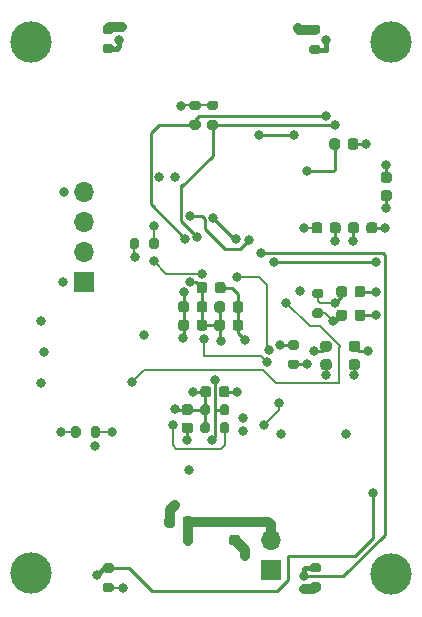
<source format=gbr>
%TF.GenerationSoftware,KiCad,Pcbnew,(5.1.9)-1*%
%TF.CreationDate,2021-04-28T15:16:42-04:00*%
%TF.ProjectId,final_design_v3,66696e61-6c5f-4646-9573-69676e5f7633,rev?*%
%TF.SameCoordinates,Original*%
%TF.FileFunction,Copper,L4,Bot*%
%TF.FilePolarity,Positive*%
%FSLAX46Y46*%
G04 Gerber Fmt 4.6, Leading zero omitted, Abs format (unit mm)*
G04 Created by KiCad (PCBNEW (5.1.9)-1) date 2021-04-28 15:16:42*
%MOMM*%
%LPD*%
G01*
G04 APERTURE LIST*
%TA.AperFunction,ComponentPad*%
%ADD10C,3.500000*%
%TD*%
%TA.AperFunction,ComponentPad*%
%ADD11R,1.700000X1.700000*%
%TD*%
%TA.AperFunction,ComponentPad*%
%ADD12O,1.700000X1.700000*%
%TD*%
%TA.AperFunction,ViaPad*%
%ADD13C,0.800000*%
%TD*%
%TA.AperFunction,Conductor*%
%ADD14C,0.812800*%
%TD*%
%TA.AperFunction,Conductor*%
%ADD15C,0.250000*%
%TD*%
%TA.AperFunction,Conductor*%
%ADD16C,0.200000*%
%TD*%
%TA.AperFunction,Conductor*%
%ADD17C,0.381000*%
%TD*%
G04 APERTURE END LIST*
D10*
%TO.P,H1,1*%
%TO.N,GND*%
X123698000Y-76962000D03*
%TD*%
%TO.P,C1,2*%
%TO.N,GND*%
%TA.AperFunction,SMDPad,CuDef*%
G36*
G01*
X138638400Y-97514600D02*
X138638400Y-98014600D01*
G75*
G02*
X138413400Y-98239600I-225000J0D01*
G01*
X137963400Y-98239600D01*
G75*
G02*
X137738400Y-98014600I0J225000D01*
G01*
X137738400Y-97514600D01*
G75*
G02*
X137963400Y-97289600I225000J0D01*
G01*
X138413400Y-97289600D01*
G75*
G02*
X138638400Y-97514600I0J-225000D01*
G01*
G37*
%TD.AperFunction*%
%TO.P,C1,1*%
%TO.N,+3V3*%
%TA.AperFunction,SMDPad,CuDef*%
G36*
G01*
X140188400Y-97514600D02*
X140188400Y-98014600D01*
G75*
G02*
X139963400Y-98239600I-225000J0D01*
G01*
X139513400Y-98239600D01*
G75*
G02*
X139288400Y-98014600I0J225000D01*
G01*
X139288400Y-97514600D01*
G75*
G02*
X139513400Y-97289600I225000J0D01*
G01*
X139963400Y-97289600D01*
G75*
G02*
X140188400Y-97514600I0J-225000D01*
G01*
G37*
%TD.AperFunction*%
%TD*%
%TO.P,C2,1*%
%TO.N,+3V3*%
%TA.AperFunction,SMDPad,CuDef*%
G36*
G01*
X141687000Y-100689600D02*
X141687000Y-101189600D01*
G75*
G02*
X141462000Y-101414600I-225000J0D01*
G01*
X141012000Y-101414600D01*
G75*
G02*
X140787000Y-101189600I0J225000D01*
G01*
X140787000Y-100689600D01*
G75*
G02*
X141012000Y-100464600I225000J0D01*
G01*
X141462000Y-100464600D01*
G75*
G02*
X141687000Y-100689600I0J-225000D01*
G01*
G37*
%TD.AperFunction*%
%TO.P,C2,2*%
%TO.N,GND*%
%TA.AperFunction,SMDPad,CuDef*%
G36*
G01*
X140137000Y-100689600D02*
X140137000Y-101189600D01*
G75*
G02*
X139912000Y-101414600I-225000J0D01*
G01*
X139462000Y-101414600D01*
G75*
G02*
X139237000Y-101189600I0J225000D01*
G01*
X139237000Y-100689600D01*
G75*
G02*
X139462000Y-100464600I225000J0D01*
G01*
X139912000Y-100464600D01*
G75*
G02*
X140137000Y-100689600I0J-225000D01*
G01*
G37*
%TD.AperFunction*%
%TD*%
%TO.P,C3,2*%
%TO.N,GND*%
%TA.AperFunction,SMDPad,CuDef*%
G36*
G01*
X137739000Y-101189600D02*
X137739000Y-100689600D01*
G75*
G02*
X137964000Y-100464600I225000J0D01*
G01*
X138414000Y-100464600D01*
G75*
G02*
X138639000Y-100689600I0J-225000D01*
G01*
X138639000Y-101189600D01*
G75*
G02*
X138414000Y-101414600I-225000J0D01*
G01*
X137964000Y-101414600D01*
G75*
G02*
X137739000Y-101189600I0J225000D01*
G01*
G37*
%TD.AperFunction*%
%TO.P,C3,1*%
%TO.N,+3V3*%
%TA.AperFunction,SMDPad,CuDef*%
G36*
G01*
X136189000Y-101189600D02*
X136189000Y-100689600D01*
G75*
G02*
X136414000Y-100464600I225000J0D01*
G01*
X136864000Y-100464600D01*
G75*
G02*
X137089000Y-100689600I0J-225000D01*
G01*
X137089000Y-101189600D01*
G75*
G02*
X136864000Y-101414600I-225000J0D01*
G01*
X136414000Y-101414600D01*
G75*
G02*
X136189000Y-101189600I0J225000D01*
G01*
G37*
%TD.AperFunction*%
%TD*%
%TO.P,C4,1*%
%TO.N,+3V3*%
%TA.AperFunction,SMDPad,CuDef*%
G36*
G01*
X136189000Y-99640200D02*
X136189000Y-99140200D01*
G75*
G02*
X136414000Y-98915200I225000J0D01*
G01*
X136864000Y-98915200D01*
G75*
G02*
X137089000Y-99140200I0J-225000D01*
G01*
X137089000Y-99640200D01*
G75*
G02*
X136864000Y-99865200I-225000J0D01*
G01*
X136414000Y-99865200D01*
G75*
G02*
X136189000Y-99640200I0J225000D01*
G01*
G37*
%TD.AperFunction*%
%TO.P,C4,2*%
%TO.N,GND*%
%TA.AperFunction,SMDPad,CuDef*%
G36*
G01*
X137739000Y-99640200D02*
X137739000Y-99140200D01*
G75*
G02*
X137964000Y-98915200I225000J0D01*
G01*
X138414000Y-98915200D01*
G75*
G02*
X138639000Y-99140200I0J-225000D01*
G01*
X138639000Y-99640200D01*
G75*
G02*
X138414000Y-99865200I-225000J0D01*
G01*
X137964000Y-99865200D01*
G75*
G02*
X137739000Y-99640200I0J225000D01*
G01*
G37*
%TD.AperFunction*%
%TD*%
%TO.P,C5,2*%
%TO.N,GND*%
%TA.AperFunction,SMDPad,CuDef*%
G36*
G01*
X140141399Y-99142601D02*
X140141399Y-99642601D01*
G75*
G02*
X139916399Y-99867601I-225000J0D01*
G01*
X139466399Y-99867601D01*
G75*
G02*
X139241399Y-99642601I0J225000D01*
G01*
X139241399Y-99142601D01*
G75*
G02*
X139466399Y-98917601I225000J0D01*
G01*
X139916399Y-98917601D01*
G75*
G02*
X140141399Y-99142601I0J-225000D01*
G01*
G37*
%TD.AperFunction*%
%TO.P,C5,1*%
%TO.N,+3V3*%
%TA.AperFunction,SMDPad,CuDef*%
G36*
G01*
X141691399Y-99142601D02*
X141691399Y-99642601D01*
G75*
G02*
X141466399Y-99867601I-225000J0D01*
G01*
X141016399Y-99867601D01*
G75*
G02*
X140791399Y-99642601I0J225000D01*
G01*
X140791399Y-99142601D01*
G75*
G02*
X141016399Y-98917601I225000J0D01*
G01*
X141466399Y-98917601D01*
G75*
G02*
X141691399Y-99142601I0J-225000D01*
G01*
G37*
%TD.AperFunction*%
%TD*%
%TO.P,C8,2*%
%TO.N,OSC8_IN*%
%TA.AperFunction,SMDPad,CuDef*%
G36*
G01*
X150475000Y-99850000D02*
X150475000Y-100350000D01*
G75*
G02*
X150250000Y-100575000I-225000J0D01*
G01*
X149800000Y-100575000D01*
G75*
G02*
X149575000Y-100350000I0J225000D01*
G01*
X149575000Y-99850000D01*
G75*
G02*
X149800000Y-99625000I225000J0D01*
G01*
X150250000Y-99625000D01*
G75*
G02*
X150475000Y-99850000I0J-225000D01*
G01*
G37*
%TD.AperFunction*%
%TO.P,C8,1*%
%TO.N,GND*%
%TA.AperFunction,SMDPad,CuDef*%
G36*
G01*
X152025000Y-99850000D02*
X152025000Y-100350000D01*
G75*
G02*
X151800000Y-100575000I-225000J0D01*
G01*
X151350000Y-100575000D01*
G75*
G02*
X151125000Y-100350000I0J225000D01*
G01*
X151125000Y-99850000D01*
G75*
G02*
X151350000Y-99625000I225000J0D01*
G01*
X151800000Y-99625000D01*
G75*
G02*
X152025000Y-99850000I0J-225000D01*
G01*
G37*
%TD.AperFunction*%
%TD*%
%TO.P,C9,2*%
%TO.N,OSC32_IN*%
%TA.AperFunction,SMDPad,CuDef*%
G36*
G01*
X148950000Y-103175000D02*
X148450000Y-103175000D01*
G75*
G02*
X148225000Y-102950000I0J225000D01*
G01*
X148225000Y-102500000D01*
G75*
G02*
X148450000Y-102275000I225000J0D01*
G01*
X148950000Y-102275000D01*
G75*
G02*
X149175000Y-102500000I0J-225000D01*
G01*
X149175000Y-102950000D01*
G75*
G02*
X148950000Y-103175000I-225000J0D01*
G01*
G37*
%TD.AperFunction*%
%TO.P,C9,1*%
%TO.N,GND*%
%TA.AperFunction,SMDPad,CuDef*%
G36*
G01*
X148950000Y-104725000D02*
X148450000Y-104725000D01*
G75*
G02*
X148225000Y-104500000I0J225000D01*
G01*
X148225000Y-104050000D01*
G75*
G02*
X148450000Y-103825000I225000J0D01*
G01*
X148950000Y-103825000D01*
G75*
G02*
X149175000Y-104050000I0J-225000D01*
G01*
X149175000Y-104500000D01*
G75*
G02*
X148950000Y-104725000I-225000J0D01*
G01*
G37*
%TD.AperFunction*%
%TD*%
%TO.P,C10,1*%
%TO.N,GND*%
%TA.AperFunction,SMDPad,CuDef*%
G36*
G01*
X151350000Y-104725000D02*
X150850000Y-104725000D01*
G75*
G02*
X150625000Y-104500000I0J225000D01*
G01*
X150625000Y-104050000D01*
G75*
G02*
X150850000Y-103825000I225000J0D01*
G01*
X151350000Y-103825000D01*
G75*
G02*
X151575000Y-104050000I0J-225000D01*
G01*
X151575000Y-104500000D01*
G75*
G02*
X151350000Y-104725000I-225000J0D01*
G01*
G37*
%TD.AperFunction*%
%TO.P,C10,2*%
%TO.N,OSC32_OUT*%
%TA.AperFunction,SMDPad,CuDef*%
G36*
G01*
X151350000Y-103175000D02*
X150850000Y-103175000D01*
G75*
G02*
X150625000Y-102950000I0J225000D01*
G01*
X150625000Y-102500000D01*
G75*
G02*
X150850000Y-102275000I225000J0D01*
G01*
X151350000Y-102275000D01*
G75*
G02*
X151575000Y-102500000I0J-225000D01*
G01*
X151575000Y-102950000D01*
G75*
G02*
X151350000Y-103175000I-225000J0D01*
G01*
G37*
%TD.AperFunction*%
%TD*%
%TO.P,C11,1*%
%TO.N,GND*%
%TA.AperFunction,SMDPad,CuDef*%
G36*
G01*
X152025000Y-97850000D02*
X152025000Y-98350000D01*
G75*
G02*
X151800000Y-98575000I-225000J0D01*
G01*
X151350000Y-98575000D01*
G75*
G02*
X151125000Y-98350000I0J225000D01*
G01*
X151125000Y-97850000D01*
G75*
G02*
X151350000Y-97625000I225000J0D01*
G01*
X151800000Y-97625000D01*
G75*
G02*
X152025000Y-97850000I0J-225000D01*
G01*
G37*
%TD.AperFunction*%
%TO.P,C11,2*%
%TO.N,OSC8_OUT*%
%TA.AperFunction,SMDPad,CuDef*%
G36*
G01*
X150475000Y-97850000D02*
X150475000Y-98350000D01*
G75*
G02*
X150250000Y-98575000I-225000J0D01*
G01*
X149800000Y-98575000D01*
G75*
G02*
X149575000Y-98350000I0J225000D01*
G01*
X149575000Y-97850000D01*
G75*
G02*
X149800000Y-97625000I225000J0D01*
G01*
X150250000Y-97625000D01*
G75*
G02*
X150475000Y-97850000I0J-225000D01*
G01*
G37*
%TD.AperFunction*%
%TD*%
%TO.P,C12,2*%
%TO.N,GND*%
%TA.AperFunction,SMDPad,CuDef*%
G36*
G01*
X139618600Y-106828400D02*
X139618600Y-106328400D01*
G75*
G02*
X139843600Y-106103400I225000J0D01*
G01*
X140293600Y-106103400D01*
G75*
G02*
X140518600Y-106328400I0J-225000D01*
G01*
X140518600Y-106828400D01*
G75*
G02*
X140293600Y-107053400I-225000J0D01*
G01*
X139843600Y-107053400D01*
G75*
G02*
X139618600Y-106828400I0J225000D01*
G01*
G37*
%TD.AperFunction*%
%TO.P,C12,1*%
%TO.N,+3V3*%
%TA.AperFunction,SMDPad,CuDef*%
G36*
G01*
X138068600Y-106828400D02*
X138068600Y-106328400D01*
G75*
G02*
X138293600Y-106103400I225000J0D01*
G01*
X138743600Y-106103400D01*
G75*
G02*
X138968600Y-106328400I0J-225000D01*
G01*
X138968600Y-106828400D01*
G75*
G02*
X138743600Y-107053400I-225000J0D01*
G01*
X138293600Y-107053400D01*
G75*
G02*
X138068600Y-106828400I0J225000D01*
G01*
G37*
%TD.AperFunction*%
%TD*%
%TO.P,C13,1*%
%TO.N,GND*%
%TA.AperFunction,SMDPad,CuDef*%
G36*
G01*
X137206800Y-110089400D02*
X136706800Y-110089400D01*
G75*
G02*
X136481800Y-109864400I0J225000D01*
G01*
X136481800Y-109414400D01*
G75*
G02*
X136706800Y-109189400I225000J0D01*
G01*
X137206800Y-109189400D01*
G75*
G02*
X137431800Y-109414400I0J-225000D01*
G01*
X137431800Y-109864400D01*
G75*
G02*
X137206800Y-110089400I-225000J0D01*
G01*
G37*
%TD.AperFunction*%
%TO.P,C13,2*%
%TO.N,+3V3*%
%TA.AperFunction,SMDPad,CuDef*%
G36*
G01*
X137206800Y-108539400D02*
X136706800Y-108539400D01*
G75*
G02*
X136481800Y-108314400I0J225000D01*
G01*
X136481800Y-107864400D01*
G75*
G02*
X136706800Y-107639400I225000J0D01*
G01*
X137206800Y-107639400D01*
G75*
G02*
X137431800Y-107864400I0J-225000D01*
G01*
X137431800Y-108314400D01*
G75*
G02*
X137206800Y-108539400I-225000J0D01*
G01*
G37*
%TD.AperFunction*%
%TD*%
%TO.P,C15,1*%
%TO.N,GND*%
%TA.AperFunction,SMDPad,CuDef*%
G36*
G01*
X137470600Y-117352000D02*
X137470600Y-117852000D01*
G75*
G02*
X137245600Y-118077000I-225000J0D01*
G01*
X136795600Y-118077000D01*
G75*
G02*
X136570600Y-117852000I0J225000D01*
G01*
X136570600Y-117352000D01*
G75*
G02*
X136795600Y-117127000I225000J0D01*
G01*
X137245600Y-117127000D01*
G75*
G02*
X137470600Y-117352000I0J-225000D01*
G01*
G37*
%TD.AperFunction*%
%TO.P,C15,2*%
%TO.N,VCC*%
%TA.AperFunction,SMDPad,CuDef*%
G36*
G01*
X135920600Y-117352000D02*
X135920600Y-117852000D01*
G75*
G02*
X135695600Y-118077000I-225000J0D01*
G01*
X135245600Y-118077000D01*
G75*
G02*
X135020600Y-117852000I0J225000D01*
G01*
X135020600Y-117352000D01*
G75*
G02*
X135245600Y-117127000I225000J0D01*
G01*
X135695600Y-117127000D01*
G75*
G02*
X135920600Y-117352000I0J-225000D01*
G01*
G37*
%TD.AperFunction*%
%TD*%
%TO.P,C16,2*%
%TO.N,+3V3*%
%TA.AperFunction,SMDPad,CuDef*%
G36*
G01*
X140720000Y-118689000D02*
X141220000Y-118689000D01*
G75*
G02*
X141445000Y-118914000I0J-225000D01*
G01*
X141445000Y-119364000D01*
G75*
G02*
X141220000Y-119589000I-225000J0D01*
G01*
X140720000Y-119589000D01*
G75*
G02*
X140495000Y-119364000I0J225000D01*
G01*
X140495000Y-118914000D01*
G75*
G02*
X140720000Y-118689000I225000J0D01*
G01*
G37*
%TD.AperFunction*%
%TO.P,C16,1*%
%TO.N,GND*%
%TA.AperFunction,SMDPad,CuDef*%
G36*
G01*
X140720000Y-117139000D02*
X141220000Y-117139000D01*
G75*
G02*
X141445000Y-117364000I0J-225000D01*
G01*
X141445000Y-117814000D01*
G75*
G02*
X141220000Y-118039000I-225000J0D01*
G01*
X140720000Y-118039000D01*
G75*
G02*
X140495000Y-117814000I0J225000D01*
G01*
X140495000Y-117364000D01*
G75*
G02*
X140720000Y-117139000I225000J0D01*
G01*
G37*
%TD.AperFunction*%
%TD*%
%TO.P,C21,1*%
%TO.N,+3V3*%
%TA.AperFunction,SMDPad,CuDef*%
G36*
G01*
X149925000Y-92450000D02*
X149925000Y-92950000D01*
G75*
G02*
X149700000Y-93175000I-225000J0D01*
G01*
X149250000Y-93175000D01*
G75*
G02*
X149025000Y-92950000I0J225000D01*
G01*
X149025000Y-92450000D01*
G75*
G02*
X149250000Y-92225000I225000J0D01*
G01*
X149700000Y-92225000D01*
G75*
G02*
X149925000Y-92450000I0J-225000D01*
G01*
G37*
%TD.AperFunction*%
%TO.P,C21,2*%
%TO.N,GND*%
%TA.AperFunction,SMDPad,CuDef*%
G36*
G01*
X148375000Y-92450000D02*
X148375000Y-92950000D01*
G75*
G02*
X148150000Y-93175000I-225000J0D01*
G01*
X147700000Y-93175000D01*
G75*
G02*
X147475000Y-92950000I0J225000D01*
G01*
X147475000Y-92450000D01*
G75*
G02*
X147700000Y-92225000I225000J0D01*
G01*
X148150000Y-92225000D01*
G75*
G02*
X148375000Y-92450000I0J-225000D01*
G01*
G37*
%TD.AperFunction*%
%TD*%
%TO.P,C24,1*%
%TO.N,GND*%
%TA.AperFunction,SMDPad,CuDef*%
G36*
G01*
X153550000Y-87975000D02*
X154050000Y-87975000D01*
G75*
G02*
X154275000Y-88200000I0J-225000D01*
G01*
X154275000Y-88650000D01*
G75*
G02*
X154050000Y-88875000I-225000J0D01*
G01*
X153550000Y-88875000D01*
G75*
G02*
X153325000Y-88650000I0J225000D01*
G01*
X153325000Y-88200000D01*
G75*
G02*
X153550000Y-87975000I225000J0D01*
G01*
G37*
%TD.AperFunction*%
%TO.P,C24,2*%
%TO.N,+3V3*%
%TA.AperFunction,SMDPad,CuDef*%
G36*
G01*
X153550000Y-89525000D02*
X154050000Y-89525000D01*
G75*
G02*
X154275000Y-89750000I0J-225000D01*
G01*
X154275000Y-90200000D01*
G75*
G02*
X154050000Y-90425000I-225000J0D01*
G01*
X153550000Y-90425000D01*
G75*
G02*
X153325000Y-90200000I0J225000D01*
G01*
X153325000Y-89750000D01*
G75*
G02*
X153550000Y-89525000I225000J0D01*
G01*
G37*
%TD.AperFunction*%
%TD*%
%TO.P,C27,2*%
%TO.N,Net-(C27-Pad2)*%
%TA.AperFunction,SMDPad,CuDef*%
G36*
G01*
X150525000Y-85850000D02*
X150525000Y-85350000D01*
G75*
G02*
X150750000Y-85125000I225000J0D01*
G01*
X151200000Y-85125000D01*
G75*
G02*
X151425000Y-85350000I0J-225000D01*
G01*
X151425000Y-85850000D01*
G75*
G02*
X151200000Y-86075000I-225000J0D01*
G01*
X150750000Y-86075000D01*
G75*
G02*
X150525000Y-85850000I0J225000D01*
G01*
G37*
%TD.AperFunction*%
%TO.P,C27,1*%
%TO.N,GND*%
%TA.AperFunction,SMDPad,CuDef*%
G36*
G01*
X148975000Y-85850000D02*
X148975000Y-85350000D01*
G75*
G02*
X149200000Y-85125000I225000J0D01*
G01*
X149650000Y-85125000D01*
G75*
G02*
X149875000Y-85350000I0J-225000D01*
G01*
X149875000Y-85850000D01*
G75*
G02*
X149650000Y-86075000I-225000J0D01*
G01*
X149200000Y-86075000D01*
G75*
G02*
X148975000Y-85850000I0J225000D01*
G01*
G37*
%TD.AperFunction*%
%TD*%
%TO.P,C28,1*%
%TO.N,Net-(C28-Pad1)*%
%TA.AperFunction,SMDPad,CuDef*%
G36*
G01*
X150575000Y-92950000D02*
X150575000Y-92450000D01*
G75*
G02*
X150800000Y-92225000I225000J0D01*
G01*
X151250000Y-92225000D01*
G75*
G02*
X151475000Y-92450000I0J-225000D01*
G01*
X151475000Y-92950000D01*
G75*
G02*
X151250000Y-93175000I-225000J0D01*
G01*
X150800000Y-93175000D01*
G75*
G02*
X150575000Y-92950000I0J225000D01*
G01*
G37*
%TD.AperFunction*%
%TO.P,C28,2*%
%TO.N,GND*%
%TA.AperFunction,SMDPad,CuDef*%
G36*
G01*
X152125000Y-92950000D02*
X152125000Y-92450000D01*
G75*
G02*
X152350000Y-92225000I225000J0D01*
G01*
X152800000Y-92225000D01*
G75*
G02*
X153025000Y-92450000I0J-225000D01*
G01*
X153025000Y-92950000D01*
G75*
G02*
X152800000Y-93175000I-225000J0D01*
G01*
X152350000Y-93175000D01*
G75*
G02*
X152125000Y-92950000I0J225000D01*
G01*
G37*
%TD.AperFunction*%
%TD*%
%TO.P,H2,1*%
%TO.N,GND*%
X154178000Y-122000000D03*
%TD*%
%TO.P,H3,1*%
%TO.N,GND*%
X154178000Y-76962000D03*
%TD*%
%TO.P,H4,1*%
%TO.N,GND*%
X123698000Y-121920000D03*
%TD*%
D11*
%TO.P,J2,1*%
%TO.N,GND*%
X128200000Y-97300000D03*
D12*
%TO.P,J2,2*%
%TO.N,UART1_RX*%
X128200000Y-94760000D03*
%TO.P,J2,3*%
%TO.N,UART1_TX*%
X128200000Y-92220000D03*
%TO.P,J2,4*%
%TO.N,+3V3*%
X128200000Y-89680000D03*
%TD*%
D11*
%TO.P,J3,1*%
%TO.N,+BATT*%
X144000000Y-121700000D03*
D12*
%TO.P,J3,2*%
%TO.N,GND*%
X144000000Y-119160000D03*
%TD*%
%TO.P,R1,1*%
%TO.N,GND*%
%TA.AperFunction,SMDPad,CuDef*%
G36*
G01*
X129571200Y-109707000D02*
X129571200Y-110257000D01*
G75*
G02*
X129371200Y-110457000I-200000J0D01*
G01*
X128971200Y-110457000D01*
G75*
G02*
X128771200Y-110257000I0J200000D01*
G01*
X128771200Y-109707000D01*
G75*
G02*
X128971200Y-109507000I200000J0D01*
G01*
X129371200Y-109507000D01*
G75*
G02*
X129571200Y-109707000I0J-200000D01*
G01*
G37*
%TD.AperFunction*%
%TO.P,R1,2*%
%TO.N,Net-(D1-Pad1)*%
%TA.AperFunction,SMDPad,CuDef*%
G36*
G01*
X127921200Y-109707000D02*
X127921200Y-110257000D01*
G75*
G02*
X127721200Y-110457000I-200000J0D01*
G01*
X127321200Y-110457000D01*
G75*
G02*
X127121200Y-110257000I0J200000D01*
G01*
X127121200Y-109707000D01*
G75*
G02*
X127321200Y-109507000I200000J0D01*
G01*
X127721200Y-109507000D01*
G75*
G02*
X127921200Y-109707000I0J-200000D01*
G01*
G37*
%TD.AperFunction*%
%TD*%
%TO.P,R2,2*%
%TO.N,Net-(D2-Pad1)*%
%TA.AperFunction,SMDPad,CuDef*%
G36*
G01*
X145673400Y-103853800D02*
X146223400Y-103853800D01*
G75*
G02*
X146423400Y-104053800I0J-200000D01*
G01*
X146423400Y-104453800D01*
G75*
G02*
X146223400Y-104653800I-200000J0D01*
G01*
X145673400Y-104653800D01*
G75*
G02*
X145473400Y-104453800I0J200000D01*
G01*
X145473400Y-104053800D01*
G75*
G02*
X145673400Y-103853800I200000J0D01*
G01*
G37*
%TD.AperFunction*%
%TO.P,R2,1*%
%TO.N,GND*%
%TA.AperFunction,SMDPad,CuDef*%
G36*
G01*
X145673400Y-102203800D02*
X146223400Y-102203800D01*
G75*
G02*
X146423400Y-102403800I0J-200000D01*
G01*
X146423400Y-102803800D01*
G75*
G02*
X146223400Y-103003800I-200000J0D01*
G01*
X145673400Y-103003800D01*
G75*
G02*
X145473400Y-102803800I0J200000D01*
G01*
X145473400Y-102403800D01*
G75*
G02*
X145673400Y-102203800I200000J0D01*
G01*
G37*
%TD.AperFunction*%
%TD*%
%TO.P,R3,1*%
%TO.N,GND*%
%TA.AperFunction,SMDPad,CuDef*%
G36*
G01*
X134524200Y-93755800D02*
X134524200Y-94305800D01*
G75*
G02*
X134324200Y-94505800I-200000J0D01*
G01*
X133924200Y-94505800D01*
G75*
G02*
X133724200Y-94305800I0J200000D01*
G01*
X133724200Y-93755800D01*
G75*
G02*
X133924200Y-93555800I200000J0D01*
G01*
X134324200Y-93555800D01*
G75*
G02*
X134524200Y-93755800I0J-200000D01*
G01*
G37*
%TD.AperFunction*%
%TO.P,R3,2*%
%TO.N,Net-(D3-Pad1)*%
%TA.AperFunction,SMDPad,CuDef*%
G36*
G01*
X132874200Y-93755800D02*
X132874200Y-94305800D01*
G75*
G02*
X132674200Y-94505800I-200000J0D01*
G01*
X132274200Y-94505800D01*
G75*
G02*
X132074200Y-94305800I0J200000D01*
G01*
X132074200Y-93755800D01*
G75*
G02*
X132274200Y-93555800I200000J0D01*
G01*
X132674200Y-93555800D01*
G75*
G02*
X132874200Y-93755800I0J-200000D01*
G01*
G37*
%TD.AperFunction*%
%TD*%
%TO.P,R4,2*%
%TO.N,I2C1_SCL*%
%TA.AperFunction,SMDPad,CuDef*%
G36*
G01*
X139718600Y-109901400D02*
X139718600Y-109351400D01*
G75*
G02*
X139918600Y-109151400I200000J0D01*
G01*
X140318600Y-109151400D01*
G75*
G02*
X140518600Y-109351400I0J-200000D01*
G01*
X140518600Y-109901400D01*
G75*
G02*
X140318600Y-110101400I-200000J0D01*
G01*
X139918600Y-110101400D01*
G75*
G02*
X139718600Y-109901400I0J200000D01*
G01*
G37*
%TD.AperFunction*%
%TO.P,R4,1*%
%TO.N,+3V3*%
%TA.AperFunction,SMDPad,CuDef*%
G36*
G01*
X138068600Y-109901400D02*
X138068600Y-109351400D01*
G75*
G02*
X138268600Y-109151400I200000J0D01*
G01*
X138668600Y-109151400D01*
G75*
G02*
X138868600Y-109351400I0J-200000D01*
G01*
X138868600Y-109901400D01*
G75*
G02*
X138668600Y-110101400I-200000J0D01*
G01*
X138268600Y-110101400D01*
G75*
G02*
X138068600Y-109901400I0J200000D01*
G01*
G37*
%TD.AperFunction*%
%TD*%
%TO.P,R5,1*%
%TO.N,+3V3*%
%TA.AperFunction,SMDPad,CuDef*%
G36*
G01*
X138068600Y-108377400D02*
X138068600Y-107827400D01*
G75*
G02*
X138268600Y-107627400I200000J0D01*
G01*
X138668600Y-107627400D01*
G75*
G02*
X138868600Y-107827400I0J-200000D01*
G01*
X138868600Y-108377400D01*
G75*
G02*
X138668600Y-108577400I-200000J0D01*
G01*
X138268600Y-108577400D01*
G75*
G02*
X138068600Y-108377400I0J200000D01*
G01*
G37*
%TD.AperFunction*%
%TO.P,R5,2*%
%TO.N,I2C1_SDA*%
%TA.AperFunction,SMDPad,CuDef*%
G36*
G01*
X139718600Y-108377400D02*
X139718600Y-107827400D01*
G75*
G02*
X139918600Y-107627400I200000J0D01*
G01*
X140318600Y-107627400D01*
G75*
G02*
X140518600Y-107827400I0J-200000D01*
G01*
X140518600Y-108377400D01*
G75*
G02*
X140318600Y-108577400I-200000J0D01*
G01*
X139918600Y-108577400D01*
G75*
G02*
X139718600Y-108377400I0J200000D01*
G01*
G37*
%TD.AperFunction*%
%TD*%
%TO.P,R6,2*%
%TO.N,I2C2_SCL*%
%TA.AperFunction,SMDPad,CuDef*%
G36*
G01*
X138825000Y-83575000D02*
X139375000Y-83575000D01*
G75*
G02*
X139575000Y-83775000I0J-200000D01*
G01*
X139575000Y-84175000D01*
G75*
G02*
X139375000Y-84375000I-200000J0D01*
G01*
X138825000Y-84375000D01*
G75*
G02*
X138625000Y-84175000I0J200000D01*
G01*
X138625000Y-83775000D01*
G75*
G02*
X138825000Y-83575000I200000J0D01*
G01*
G37*
%TD.AperFunction*%
%TO.P,R6,1*%
%TO.N,+3V3*%
%TA.AperFunction,SMDPad,CuDef*%
G36*
G01*
X138825000Y-81925000D02*
X139375000Y-81925000D01*
G75*
G02*
X139575000Y-82125000I0J-200000D01*
G01*
X139575000Y-82525000D01*
G75*
G02*
X139375000Y-82725000I-200000J0D01*
G01*
X138825000Y-82725000D01*
G75*
G02*
X138625000Y-82525000I0J200000D01*
G01*
X138625000Y-82125000D01*
G75*
G02*
X138825000Y-81925000I200000J0D01*
G01*
G37*
%TD.AperFunction*%
%TD*%
%TO.P,R7,2*%
%TO.N,I2C2_SDA*%
%TA.AperFunction,SMDPad,CuDef*%
G36*
G01*
X137325000Y-83575000D02*
X137875000Y-83575000D01*
G75*
G02*
X138075000Y-83775000I0J-200000D01*
G01*
X138075000Y-84175000D01*
G75*
G02*
X137875000Y-84375000I-200000J0D01*
G01*
X137325000Y-84375000D01*
G75*
G02*
X137125000Y-84175000I0J200000D01*
G01*
X137125000Y-83775000D01*
G75*
G02*
X137325000Y-83575000I200000J0D01*
G01*
G37*
%TD.AperFunction*%
%TO.P,R7,1*%
%TO.N,+3V3*%
%TA.AperFunction,SMDPad,CuDef*%
G36*
G01*
X137325000Y-81925000D02*
X137875000Y-81925000D01*
G75*
G02*
X138075000Y-82125000I0J-200000D01*
G01*
X138075000Y-82525000D01*
G75*
G02*
X137875000Y-82725000I-200000J0D01*
G01*
X137325000Y-82725000D01*
G75*
G02*
X137125000Y-82525000I0J200000D01*
G01*
X137125000Y-82125000D01*
G75*
G02*
X137325000Y-81925000I200000J0D01*
G01*
G37*
%TD.AperFunction*%
%TD*%
%TO.P,R8,2*%
%TO.N,OSC8_IN*%
%TA.AperFunction,SMDPad,CuDef*%
G36*
G01*
X147725000Y-99525000D02*
X148275000Y-99525000D01*
G75*
G02*
X148475000Y-99725000I0J-200000D01*
G01*
X148475000Y-100125000D01*
G75*
G02*
X148275000Y-100325000I-200000J0D01*
G01*
X147725000Y-100325000D01*
G75*
G02*
X147525000Y-100125000I0J200000D01*
G01*
X147525000Y-99725000D01*
G75*
G02*
X147725000Y-99525000I200000J0D01*
G01*
G37*
%TD.AperFunction*%
%TO.P,R8,1*%
%TO.N,OSC8_OUT*%
%TA.AperFunction,SMDPad,CuDef*%
G36*
G01*
X147725000Y-97875000D02*
X148275000Y-97875000D01*
G75*
G02*
X148475000Y-98075000I0J-200000D01*
G01*
X148475000Y-98475000D01*
G75*
G02*
X148275000Y-98675000I-200000J0D01*
G01*
X147725000Y-98675000D01*
G75*
G02*
X147525000Y-98475000I0J200000D01*
G01*
X147525000Y-98075000D01*
G75*
G02*
X147725000Y-97875000I200000J0D01*
G01*
G37*
%TD.AperFunction*%
%TD*%
%TO.P,R13,1*%
%TO.N,GND*%
%TA.AperFunction,SMDPad,CuDef*%
G36*
G01*
X129975000Y-75475000D02*
X130525000Y-75475000D01*
G75*
G02*
X130725000Y-75675000I0J-200000D01*
G01*
X130725000Y-76075000D01*
G75*
G02*
X130525000Y-76275000I-200000J0D01*
G01*
X129975000Y-76275000D01*
G75*
G02*
X129775000Y-76075000I0J200000D01*
G01*
X129775000Y-75675000D01*
G75*
G02*
X129975000Y-75475000I200000J0D01*
G01*
G37*
%TD.AperFunction*%
%TO.P,R13,2*%
%TO.N,M1_PWM*%
%TA.AperFunction,SMDPad,CuDef*%
G36*
G01*
X129975000Y-77125000D02*
X130525000Y-77125000D01*
G75*
G02*
X130725000Y-77325000I0J-200000D01*
G01*
X130725000Y-77725000D01*
G75*
G02*
X130525000Y-77925000I-200000J0D01*
G01*
X129975000Y-77925000D01*
G75*
G02*
X129775000Y-77725000I0J200000D01*
G01*
X129775000Y-77325000D01*
G75*
G02*
X129975000Y-77125000I200000J0D01*
G01*
G37*
%TD.AperFunction*%
%TD*%
%TO.P,R14,2*%
%TO.N,M3_PWM*%
%TA.AperFunction,SMDPad,CuDef*%
G36*
G01*
X130551600Y-121901400D02*
X130001600Y-121901400D01*
G75*
G02*
X129801600Y-121701400I0J200000D01*
G01*
X129801600Y-121301400D01*
G75*
G02*
X130001600Y-121101400I200000J0D01*
G01*
X130551600Y-121101400D01*
G75*
G02*
X130751600Y-121301400I0J-200000D01*
G01*
X130751600Y-121701400D01*
G75*
G02*
X130551600Y-121901400I-200000J0D01*
G01*
G37*
%TD.AperFunction*%
%TO.P,R14,1*%
%TO.N,GND*%
%TA.AperFunction,SMDPad,CuDef*%
G36*
G01*
X130551600Y-123551400D02*
X130001600Y-123551400D01*
G75*
G02*
X129801600Y-123351400I0J200000D01*
G01*
X129801600Y-122951400D01*
G75*
G02*
X130001600Y-122751400I200000J0D01*
G01*
X130551600Y-122751400D01*
G75*
G02*
X130751600Y-122951400I0J-200000D01*
G01*
X130751600Y-123351400D01*
G75*
G02*
X130551600Y-123551400I-200000J0D01*
G01*
G37*
%TD.AperFunction*%
%TD*%
%TO.P,R17,1*%
%TO.N,GND*%
%TA.AperFunction,SMDPad,CuDef*%
G36*
G01*
X147475000Y-75525000D02*
X148025000Y-75525000D01*
G75*
G02*
X148225000Y-75725000I0J-200000D01*
G01*
X148225000Y-76125000D01*
G75*
G02*
X148025000Y-76325000I-200000J0D01*
G01*
X147475000Y-76325000D01*
G75*
G02*
X147275000Y-76125000I0J200000D01*
G01*
X147275000Y-75725000D01*
G75*
G02*
X147475000Y-75525000I200000J0D01*
G01*
G37*
%TD.AperFunction*%
%TO.P,R17,2*%
%TO.N,M2_PWM*%
%TA.AperFunction,SMDPad,CuDef*%
G36*
G01*
X147475000Y-77175000D02*
X148025000Y-77175000D01*
G75*
G02*
X148225000Y-77375000I0J-200000D01*
G01*
X148225000Y-77775000D01*
G75*
G02*
X148025000Y-77975000I-200000J0D01*
G01*
X147475000Y-77975000D01*
G75*
G02*
X147275000Y-77775000I0J200000D01*
G01*
X147275000Y-77375000D01*
G75*
G02*
X147475000Y-77175000I200000J0D01*
G01*
G37*
%TD.AperFunction*%
%TD*%
%TO.P,R18,1*%
%TO.N,GND*%
%TA.AperFunction,SMDPad,CuDef*%
G36*
G01*
X148075000Y-123525000D02*
X147525000Y-123525000D01*
G75*
G02*
X147325000Y-123325000I0J200000D01*
G01*
X147325000Y-122925000D01*
G75*
G02*
X147525000Y-122725000I200000J0D01*
G01*
X148075000Y-122725000D01*
G75*
G02*
X148275000Y-122925000I0J-200000D01*
G01*
X148275000Y-123325000D01*
G75*
G02*
X148075000Y-123525000I-200000J0D01*
G01*
G37*
%TD.AperFunction*%
%TO.P,R18,2*%
%TO.N,M4_PWM*%
%TA.AperFunction,SMDPad,CuDef*%
G36*
G01*
X148075000Y-121875000D02*
X147525000Y-121875000D01*
G75*
G02*
X147325000Y-121675000I0J200000D01*
G01*
X147325000Y-121275000D01*
G75*
G02*
X147525000Y-121075000I200000J0D01*
G01*
X148075000Y-121075000D01*
G75*
G02*
X148275000Y-121275000I0J-200000D01*
G01*
X148275000Y-121675000D01*
G75*
G02*
X148075000Y-121875000I-200000J0D01*
G01*
G37*
%TD.AperFunction*%
%TD*%
D13*
%TO.N,GND*%
X131400000Y-75700000D03*
X146300000Y-75800000D03*
X146800000Y-123300000D03*
X137000000Y-119200000D03*
X146528356Y-98076503D03*
X152950000Y-98100000D03*
X152950000Y-100100000D03*
X148700000Y-105150000D03*
X151100000Y-105150000D03*
X144800000Y-102650000D03*
X153650000Y-92700000D03*
X153800000Y-87350000D03*
X147100000Y-87900000D03*
X135875000Y-88400000D03*
X139775000Y-102250000D03*
X137168302Y-97294801D03*
X133295343Y-101743481D03*
X141160500Y-106616500D03*
X136969500Y-110680500D03*
X141681200Y-109880400D03*
X134152783Y-92556120D03*
X126441200Y-97282000D03*
X137109200Y-113182400D03*
X130571200Y-110012569D03*
X144881600Y-110134400D03*
X131470400Y-123190000D03*
X146862800Y-92710000D03*
X124800000Y-103200000D03*
X124600000Y-105800000D03*
%TO.N,+3V3*%
X141800000Y-120500000D03*
X149500000Y-93800000D03*
X153800000Y-91050000D03*
X134575000Y-88400000D03*
X136625000Y-102025000D03*
X141862980Y-102212855D03*
X136650000Y-98150000D03*
X135890000Y-108077000D03*
X137414000Y-106616500D03*
X141681200Y-108813600D03*
X126492000Y-89662000D03*
X129133600Y-111201200D03*
X150368000Y-110185200D03*
X136398000Y-82346800D03*
X124600000Y-100600000D03*
%TO.N,+3.3VA*%
X138379200Y-102108000D03*
X143713200Y-104038400D03*
%TO.N,OSC8_IN*%
X149300000Y-100574990D03*
%TO.N,OSC32_IN*%
X147700000Y-103100000D03*
%TO.N,OSC32_OUT*%
X152250000Y-103100000D03*
%TO.N,OSC8_OUT*%
X149458035Y-99069222D03*
%TO.N,VCC*%
X135895000Y-116205000D03*
%TO.N,Net-(C27-Pad2)*%
X152050000Y-85600000D03*
%TO.N,Net-(C28-Pad1)*%
X151000000Y-93800000D03*
%TO.N,Net-(D1-Pad1)*%
X126288800Y-109982000D03*
%TO.N,Net-(D2-Pad1)*%
X147050000Y-104250000D03*
%TO.N,Net-(D3-Pad1)*%
X132486400Y-95148400D03*
%TO.N,LED2*%
X138226800Y-96570800D03*
X134121483Y-95505687D03*
%TO.N,NRST*%
X145338800Y-99025000D03*
X132232400Y-105714800D03*
%TO.N,M1_PWM*%
X131191000Y-76835000D03*
X145948400Y-84836000D03*
X143052800Y-84836000D03*
%TO.N,M3_PWM*%
X129300000Y-122100000D03*
X144272000Y-95568600D03*
X152950001Y-95568600D03*
X152654000Y-115112800D03*
%TO.N,M2_PWM*%
X148700000Y-76800000D03*
%TO.N,M4_PWM*%
X146800000Y-122200000D03*
X143154400Y-94843600D03*
%TO.N,I2C1_SCL*%
X135737600Y-109372400D03*
%TO.N,I2C1_SDA*%
X139319000Y-105600500D03*
X139039600Y-110680501D03*
%TO.N,I2C2_SCL*%
X137750000Y-93450000D03*
X149500000Y-84000000D03*
%TO.N,I2C2_SDA*%
X136765727Y-93626664D03*
X148700000Y-83250000D03*
%TO.N,ADC_BATT*%
X141122400Y-96824800D03*
X143884909Y-103053251D03*
X144678400Y-107492800D03*
X143459200Y-109372400D03*
%TO.N,SPI1_CE*%
X142200000Y-93700000D03*
X137175000Y-91725000D03*
%TO.N,SPI1_SCK*%
X141112561Y-93646431D03*
X139135000Y-91875000D03*
%TD*%
D14*
%TO.N,GND*%
X130425000Y-75700000D02*
X130250000Y-75875000D01*
X131400000Y-75700000D02*
X130425000Y-75700000D01*
X146425000Y-75925000D02*
X146300000Y-75800000D01*
X147750000Y-75925000D02*
X146425000Y-75925000D01*
X147625000Y-123300000D02*
X146800000Y-123300000D01*
X147800000Y-123125000D02*
X147625000Y-123300000D01*
X140970000Y-117589000D02*
X143789000Y-117589000D01*
X144000000Y-117800000D02*
X144000000Y-119160000D01*
X143789000Y-117589000D02*
X144000000Y-117800000D01*
X137033600Y-117589000D02*
X137020600Y-117602000D01*
X140970000Y-117589000D02*
X137033600Y-117589000D01*
X137020600Y-119179400D02*
X137000000Y-119200000D01*
X137020600Y-117602000D02*
X137020600Y-119179400D01*
D15*
X151575000Y-98100000D02*
X152950000Y-98100000D01*
X152950000Y-100100000D02*
X151575000Y-100100000D01*
X148700000Y-104275000D02*
X148700000Y-105150000D01*
X151100000Y-104275000D02*
X151100000Y-105150000D01*
X144846200Y-102603800D02*
X144800000Y-102650000D01*
X145948400Y-102603800D02*
X144846200Y-102603800D01*
X153650000Y-92700000D02*
X152575000Y-92700000D01*
X153800000Y-87350000D02*
X153800000Y-88425000D01*
X147100000Y-87900000D02*
X149300000Y-87900000D01*
X149425000Y-87775000D02*
X149425000Y-85600000D01*
X149300000Y-87900000D02*
X149425000Y-87775000D01*
X138188400Y-99389600D02*
X138189000Y-99390200D01*
X138188400Y-97764600D02*
X138188400Y-99389600D01*
X138189000Y-99390200D02*
X138189000Y-100939600D01*
X138189000Y-100939600D02*
X139687000Y-100939600D01*
X139687000Y-99397000D02*
X139691399Y-99392601D01*
X139687000Y-100939600D02*
X139687000Y-99397000D01*
X139687000Y-102162000D02*
X139775000Y-102250000D01*
X139687000Y-100939600D02*
X139687000Y-102162000D01*
X137718601Y-97294801D02*
X138188400Y-97764600D01*
X137168302Y-97294801D02*
X137718601Y-97294801D01*
X141122400Y-106578400D02*
X141160500Y-106616500D01*
X140068600Y-106578400D02*
X141122400Y-106578400D01*
X136956800Y-110667800D02*
X136969500Y-110680500D01*
X136956800Y-109639400D02*
X136956800Y-110667800D01*
D16*
X134124200Y-92584703D02*
X134152783Y-92556120D01*
X134124200Y-94030800D02*
X134124200Y-92584703D01*
X130540631Y-109982000D02*
X130571200Y-110012569D01*
X129171200Y-109982000D02*
X130540631Y-109982000D01*
X130315200Y-123190000D02*
X130276600Y-123151400D01*
X131470400Y-123190000D02*
X130315200Y-123190000D01*
X146872800Y-92700000D02*
X146862800Y-92710000D01*
X147925000Y-92700000D02*
X146872800Y-92700000D01*
D14*
%TO.N,+3V3*%
X141800000Y-119969000D02*
X140970000Y-119139000D01*
X141800000Y-120500000D02*
X141800000Y-119969000D01*
D15*
X149500000Y-92725000D02*
X149475000Y-92700000D01*
X149500000Y-93800000D02*
X149500000Y-92725000D01*
X153800000Y-91050000D02*
X153800000Y-89975000D01*
X139738400Y-97764600D02*
X140739600Y-97764600D01*
X141241399Y-98266399D02*
X141241399Y-99392601D01*
X140739600Y-97764600D02*
X141241399Y-98266399D01*
X141241399Y-100935201D02*
X141237000Y-100939600D01*
X141241399Y-99392601D02*
X141241399Y-100935201D01*
X136639000Y-99390200D02*
X136639000Y-100939600D01*
X136639000Y-102011000D02*
X136625000Y-102025000D01*
X136639000Y-100939600D02*
X136639000Y-102011000D01*
X141237000Y-101586875D02*
X141862980Y-102212855D01*
X141237000Y-100939600D02*
X141237000Y-101586875D01*
X136639000Y-98161000D02*
X136650000Y-98150000D01*
X136639000Y-99390200D02*
X136639000Y-98161000D01*
X135902400Y-108089400D02*
X135890000Y-108077000D01*
X136956800Y-108089400D02*
X135902400Y-108089400D01*
X137452100Y-106578400D02*
X137414000Y-106616500D01*
X138518600Y-106578400D02*
X137452100Y-106578400D01*
X136969800Y-108102400D02*
X136956800Y-108089400D01*
X138468600Y-108102400D02*
X136969800Y-108102400D01*
X138468600Y-106628400D02*
X138518600Y-106578400D01*
X138468600Y-108102400D02*
X138468600Y-106628400D01*
X138468600Y-108102400D02*
X138468600Y-109626400D01*
D16*
X137600000Y-82325000D02*
X139100000Y-82325000D01*
X136419800Y-82325000D02*
X136398000Y-82346800D01*
X137600000Y-82325000D02*
X136419800Y-82325000D01*
%TO.N,+3.3VA*%
X138379200Y-102108000D02*
X138379200Y-103530400D01*
X138379200Y-103530400D02*
X143205200Y-103530400D01*
X143205200Y-103530400D02*
X143713200Y-104038400D01*
D15*
%TO.N,OSC8_IN*%
X149550010Y-100574990D02*
X150025000Y-100100000D01*
X149300000Y-100574990D02*
X149550010Y-100574990D01*
D16*
X148650010Y-99925000D02*
X149300000Y-100574990D01*
X148000000Y-99925000D02*
X148650010Y-99925000D01*
D15*
%TO.N,OSC32_IN*%
X148325000Y-103100000D02*
X148700000Y-102725000D01*
X147700000Y-103100000D02*
X148325000Y-103100000D01*
%TO.N,OSC32_OUT*%
X151475000Y-103100000D02*
X151100000Y-102725000D01*
X152250000Y-103100000D02*
X151475000Y-103100000D01*
%TO.N,OSC8_OUT*%
X150025000Y-98502257D02*
X149458035Y-99069222D01*
X150025000Y-98100000D02*
X150025000Y-98502257D01*
D16*
X148000000Y-98275000D02*
X148000000Y-98876400D01*
X148192822Y-99069222D02*
X149458035Y-99069222D01*
X148000000Y-98876400D02*
X148192822Y-99069222D01*
D14*
%TO.N,VCC*%
X135470600Y-116629400D02*
X135895000Y-116205000D01*
X135470600Y-117602000D02*
X135470600Y-116629400D01*
D15*
%TO.N,Net-(C27-Pad2)*%
X152050000Y-85600000D02*
X150975000Y-85600000D01*
%TO.N,Net-(C28-Pad1)*%
X151025000Y-93775000D02*
X151000000Y-93800000D01*
X151025000Y-92700000D02*
X151025000Y-93775000D01*
D16*
%TO.N,Net-(D1-Pad1)*%
X126288800Y-109982000D02*
X127521200Y-109982000D01*
D15*
%TO.N,Net-(D2-Pad1)*%
X147046200Y-104253800D02*
X147050000Y-104250000D01*
X145948400Y-104253800D02*
X147046200Y-104253800D01*
D16*
%TO.N,Net-(D3-Pad1)*%
X132474200Y-95136200D02*
X132486400Y-95148400D01*
X132474200Y-94030800D02*
X132474200Y-95136200D01*
%TO.N,LED2*%
X138226800Y-96570800D02*
X137160000Y-96570800D01*
X135186596Y-96570800D02*
X137160000Y-96570800D01*
X134121483Y-95505687D02*
X135186596Y-96570800D01*
%TO.N,NRST*%
X132232400Y-105714800D02*
X133248400Y-104698800D01*
X144488799Y-105850001D02*
X149826399Y-105850001D01*
X143337598Y-104698800D02*
X144488799Y-105850001D01*
X133248400Y-104698800D02*
X143337598Y-104698800D01*
X149826399Y-105850001D02*
X149809200Y-105832802D01*
X149809200Y-102798322D02*
X149860000Y-102747522D01*
X149809200Y-105832802D02*
X149809200Y-102798322D01*
X149860000Y-102667522D02*
X148182878Y-100990400D01*
X149860000Y-102747522D02*
X149860000Y-102667522D01*
X147304200Y-100990400D02*
X145338800Y-99025000D01*
X148182878Y-100990400D02*
X147304200Y-100990400D01*
D17*
%TO.N,M1_PWM*%
X130250000Y-77525000D02*
X131009000Y-77525000D01*
X131191000Y-77343000D02*
X131191000Y-76835000D01*
X131009000Y-77525000D02*
X131191000Y-77343000D01*
D15*
X145948400Y-84836000D02*
X144018000Y-84836000D01*
X144018000Y-84836000D02*
X143052800Y-84836000D01*
D17*
%TO.N,M3_PWM*%
X129898600Y-121501400D02*
X129300000Y-122100000D01*
X130276600Y-121501400D02*
X129898600Y-121501400D01*
D15*
X144272000Y-95568600D02*
X152950001Y-95568600D01*
X132017000Y-121501400D02*
X130276600Y-121501400D01*
X133959600Y-123444000D02*
X132017000Y-121501400D01*
X145440400Y-122544602D02*
X144541002Y-123444000D01*
X145440400Y-120497600D02*
X145440400Y-122544602D01*
X145491200Y-120446800D02*
X145440400Y-120497600D01*
X151130000Y-120446800D02*
X145491200Y-120446800D01*
X144541002Y-123444000D02*
X133959600Y-123444000D01*
X152654000Y-118922800D02*
X151130000Y-120446800D01*
X152654000Y-115112800D02*
X152654000Y-118922800D01*
D17*
%TO.N,M2_PWM*%
X148700000Y-76800000D02*
X148700000Y-77600000D01*
X147775000Y-77600000D02*
X147750000Y-77575000D01*
X148700000Y-77600000D02*
X147775000Y-77600000D01*
%TO.N,M4_PWM*%
X147800000Y-121475000D02*
X147800000Y-121500000D01*
X147800000Y-121500000D02*
X146900000Y-121500000D01*
X146800000Y-121600000D02*
X146900000Y-121500000D01*
X146800000Y-122200000D02*
X146800000Y-121600000D01*
D15*
X146800000Y-122200000D02*
X150138800Y-122200000D01*
X153675001Y-118663799D02*
X153675001Y-95001001D01*
X150138800Y-122200000D02*
X153675001Y-118663799D01*
X153517600Y-94843600D02*
X143154400Y-94843600D01*
X153675001Y-95001001D02*
X153517600Y-94843600D01*
D16*
%TO.N,I2C1_SCL*%
X135737600Y-109372400D02*
X135737600Y-111099600D01*
X136018501Y-111380501D02*
X139825499Y-111380501D01*
X135737600Y-111099600D02*
X136018501Y-111380501D01*
X140118600Y-111087400D02*
X140118600Y-109626400D01*
X139825499Y-111380501D02*
X140118600Y-111087400D01*
D15*
%TO.N,I2C1_SDA*%
X139293600Y-105625900D02*
X139319000Y-105600500D01*
X139293600Y-108153200D02*
X140067800Y-108153200D01*
X139293600Y-110197900D02*
X139293600Y-108153200D01*
X140067800Y-108153200D02*
X140118600Y-108102400D01*
X139293600Y-108153200D02*
X139293600Y-105625900D01*
X139293600Y-110426501D02*
X139293600Y-110197900D01*
X139039600Y-110680501D02*
X139293600Y-110426501D01*
%TO.N,I2C2_SCL*%
X137750000Y-93450000D02*
X136449999Y-92149999D01*
X139100000Y-86599998D02*
X139100000Y-83975000D01*
X136449999Y-89249999D02*
X139100000Y-86599998D01*
X136449999Y-92149999D02*
X136449999Y-89249999D01*
X136449999Y-89249999D02*
X136449999Y-89050001D01*
X149475000Y-83975000D02*
X149500000Y-84000000D01*
X139100000Y-83975000D02*
X149475000Y-83975000D01*
%TO.N,I2C2_SDA*%
X134575000Y-83975000D02*
X137600000Y-83975000D01*
X133849999Y-84700001D02*
X134575000Y-83975000D01*
X133849999Y-90710936D02*
X133849999Y-84700001D01*
X136765727Y-93626664D02*
X133849999Y-90710936D01*
X148675000Y-83225000D02*
X148700000Y-83250000D01*
X137950000Y-83225000D02*
X148675000Y-83225000D01*
X137600000Y-83575000D02*
X137950000Y-83225000D01*
X137600000Y-83975000D02*
X137600000Y-83575000D01*
D16*
%TO.N,ADC_BATT*%
X141122400Y-96824800D02*
X143002000Y-96824800D01*
X143002000Y-96824800D02*
X143713200Y-97536000D01*
X143764053Y-103053251D02*
X143884909Y-103053251D01*
X143713200Y-103002398D02*
X143764053Y-103053251D01*
X143713200Y-97536000D02*
X143713200Y-103002398D01*
X144678400Y-107492800D02*
X144678400Y-108153200D01*
X144678400Y-108153200D02*
X143459200Y-109372400D01*
D15*
%TO.N,SPI1_CE*%
X142200000Y-93700000D02*
X141400000Y-94500000D01*
X137175000Y-91725000D02*
X138225000Y-91725000D01*
X138409999Y-91909999D02*
X138409999Y-92759999D01*
X138225000Y-91725000D02*
X138409999Y-91909999D01*
X140150000Y-94500000D02*
X141400000Y-94500000D01*
X138409999Y-92759999D02*
X140150000Y-94500000D01*
%TO.N,SPI1_SCK*%
X140906431Y-93646431D02*
X141112561Y-93646431D01*
X139135000Y-91875000D02*
X140906431Y-93646431D01*
%TD*%
M02*

</source>
